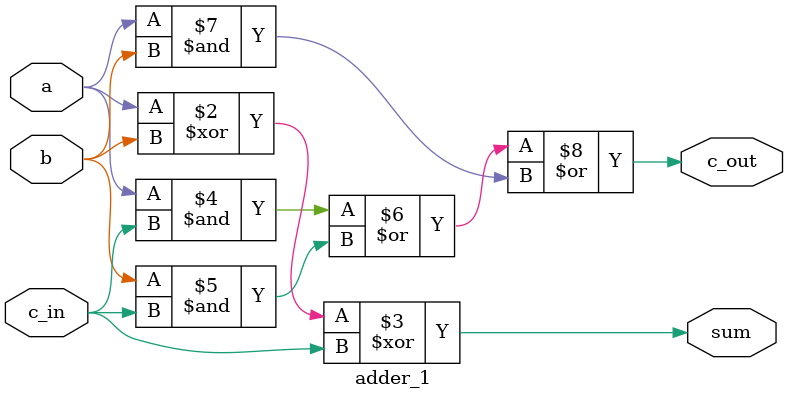
<source format=sv>
`timescale 1ns/1ps
`default_nettype none


// This module shows how to use a generate statement to connect
// n 1-bit adders with carries to make a ripple carry adder.
module adder_n(a, b, c_in, sum, c_out);

parameter N = 2;

input  wire [N-1:0] a, b;
input wire c_in;
output logic [N-1:0] sum;
output wire c_out;

wire [N:0] carries;
assign carries[0] = c_in;
assign c_out = carries[N];
generate
  genvar i;
  for(i = 0; i < N; i++) begin : ripple_carry
    adder_1 ADDER (
      .a(a[i]),
      .b(b[i]),
      .c_in(carries[i]),
      .sum(sum[i]),
      .c_out(carries[i+1])
    );
  end
endgenerate

endmodule
// to instantiate
// adder_n #(.N(32)) adder_32bit_a ( port list );

`timescale 1ns/1ps
`default_nettype none
/*
  a 1 bit addder that we can daisy chain for 
  ripple carry adders
*/

module adder_1(a, b, c_in, sum, c_out);

input wire a, b, c_in;
output logic sum, c_out;

always_comb begin
  sum = a ^ b ^ c_in;
  c_out = (a & c_in) | (b & c_in) | (a & b);
end

endmodule
</source>
